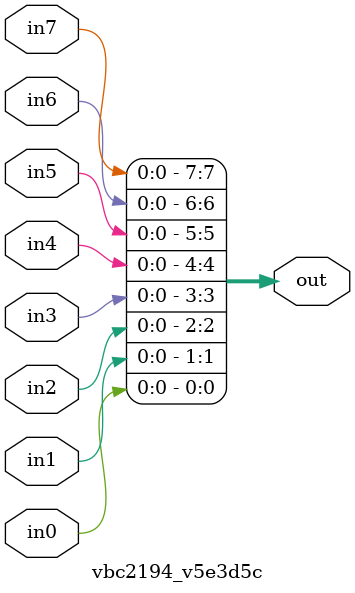
<source format=v>

`default_nettype none

module main #(
 parameter vaaa059 = 8'd126,
 parameter v18b105 = 8'b0001000
) (
 output [7:0] vba1ff6
);
 localparam p0 = v18b105;
 localparam p1 = vaaa059;
 wire [0:7] w2;
 wire [0:7] w3;
 wire [0:7] w4;
 assign vba1ff6 = w4;
 v36d45a #(
  .vc5c8ea(p0)
 ) vae27d1 (
  .v7d356d(w3)
 );
 v36d45a #(
  .vc5c8ea(p1)
 ) v18a321 (
  .v7d356d(w2)
 );
 v819788 v5304aa (
  .v159209(w2),
  .v6c4e35(w3),
  .v59912a(w4)
 );
endmodule

module v36d45a #(
 parameter vc5c8ea = 8'h00
) (
 output [7:0] v7d356d
);
 localparam p1 = vc5c8ea;
 wire [0:7] w0;
 assign v7d356d = w0;
 v36d45a_v465065 #(
  .V(p1)
 ) v465065 (
  .k(w0)
 );
endmodule

module v36d45a_v465065 #(
 parameter V = 0
) (
 output [7:0] k
);
 assign k = V;
endmodule

module v819788 (
 input [7:0] v6c4e35,
 input [7:0] v159209,
 output [7:0] v59912a
);
 wire [0:7] w0;
 wire [0:7] w1;
 wire w2;
 wire w3;
 wire w4;
 wire w5;
 wire w6;
 wire w7;
 wire w8;
 wire w9;
 wire [0:7] w10;
 wire [0:7] w11;
 wire w12;
 wire w13;
 wire w14;
 wire [0:7] w15;
 wire w16;
 wire w17;
 wire w18;
 wire w19;
 wire [0:7] w20;
 wire w21;
 wire w22;
 wire w23;
 wire w24;
 wire [0:7] w25;
 wire w26;
 wire [0:7] w27;
 wire [0:7] w28;
 wire [0:7] w29;
 wire w30;
 wire w31;
 wire w32;
 wire w33;
 wire w34;
 wire w35;
 wire w36;
 wire w37;
 wire w38;
 wire w39;
 wire w40;
 wire w41;
 assign w0 = v6c4e35;
 assign v59912a = w1;
 assign w10 = v159209;
 assign w11 = v159209;
 assign w15 = v159209;
 assign w20 = v159209;
 assign w25 = v159209;
 assign w27 = v159209;
 assign w28 = v159209;
 assign w29 = v159209;
 assign w7 = w5;
 assign w8 = w6;
 assign w11 = w10;
 assign w12 = w6;
 assign w12 = w8;
 assign w13 = w9;
 assign w15 = w10;
 assign w15 = w11;
 assign w17 = w9;
 assign w17 = w13;
 assign w18 = w14;
 assign w20 = w10;
 assign w20 = w11;
 assign w20 = w15;
 assign w22 = w14;
 assign w22 = w18;
 assign w23 = w19;
 assign w25 = w10;
 assign w25 = w11;
 assign w25 = w15;
 assign w25 = w20;
 assign w27 = w10;
 assign w27 = w11;
 assign w27 = w15;
 assign w27 = w20;
 assign w27 = w25;
 assign w28 = w10;
 assign w28 = w11;
 assign w28 = w15;
 assign w28 = w20;
 assign w28 = w25;
 assign w28 = w27;
 assign w29 = w10;
 assign w29 = w11;
 assign w29 = w15;
 assign w29 = w20;
 assign w29 = w25;
 assign w29 = w27;
 assign w29 = w28;
 assign w33 = w19;
 assign w33 = w23;
 assign w34 = w24;
 assign w36 = w24;
 assign w36 = w34;
 assign w37 = w35;
 assign w38 = w4;
 assign w39 = w35;
 assign w39 = w37;
 assign w40 = w4;
 assign w40 = w38;
 assign w41 = w5;
 assign w41 = w7;
 vc98179 vcf97ce (
  .v543360(w2),
  .v92fcd7(w4),
  .v8a69ea(w5),
  .vb0d020(w6),
  .v99a2e5(w10)
 );
 v93b074 vb982da (
  .v33b98d(w0),
  .v4d0c0b(w4),
  .v9bf50f(w5),
  .v30621f(w6),
  .vaad98c(w9),
  .v2fd945(w14),
  .vc1cbd5(w19),
  .v660924(w24),
  .v8c2a58(w35)
 );
 vbc2194 v9a59b8 (
  .vd2f4f6(w1),
  .v8fadf3(w2),
  .v431371(w3),
  .v8fe173(w16),
  .v954afa(w21),
  .v2f760e(w26),
  .vb8624e(w30),
  .v9bb63a(w31),
  .v21b35a(w32)
 );
 vc98179 vc1c0dc (
  .v543360(w3),
  .v92fcd7(w7),
  .v8a69ea(w8),
  .vb0d020(w9),
  .v99a2e5(w11)
 );
 vc98179 v5c8168 (
  .v92fcd7(w12),
  .v8a69ea(w13),
  .vb0d020(w14),
  .v99a2e5(w15),
  .v543360(w16)
 );
 vc98179 vbf1b4e (
  .v92fcd7(w17),
  .v8a69ea(w18),
  .vb0d020(w19),
  .v99a2e5(w20),
  .v543360(w21)
 );
 vc98179 v6ab3d7 (
  .v92fcd7(w22),
  .v8a69ea(w23),
  .vb0d020(w24),
  .v99a2e5(w25),
  .v543360(w26)
 );
 vc98179 v342102 (
  .v99a2e5(w27),
  .v543360(w32),
  .v92fcd7(w33),
  .v8a69ea(w34),
  .vb0d020(w35)
 );
 vc98179 v88fc22 (
  .v99a2e5(w28),
  .v543360(w31),
  .v92fcd7(w36),
  .v8a69ea(w37),
  .vb0d020(w38)
 );
 vc98179 v40e1a8 (
  .v99a2e5(w29),
  .v543360(w30),
  .v92fcd7(w39),
  .v8a69ea(w40),
  .vb0d020(w41)
 );
endmodule

module vc98179 (
 input v92fcd7,
 input v8a69ea,
 input vb0d020,
 input [7:0] v99a2e5,
 output v543360
);
 wire w0;
 wire w1;
 wire w2;
 wire [0:7] w3;
 wire w4;
 assign w0 = v92fcd7;
 assign w1 = v8a69ea;
 assign w2 = vb0d020;
 assign w3 = v99a2e5;
 assign v543360 = w4;
 vc98179_v38eb7f v38eb7f (
  .a(w0),
  .b(w1),
  .c(w2),
  .rule(w3),
  .out(w4)
 );
endmodule

module vc98179_v38eb7f (
 input a,
 input b,
 input c,
 input [7:0] rule,
 output out
);
 assign out = rule[{c, b, a}];
endmodule

module v93b074 (
 input [7:0] v33b98d,
 output v9bf50f,
 output vc1cbd5,
 output v660924,
 output v30621f,
 output vaad98c,
 output v8c2a58,
 output v2fd945,
 output v4d0c0b
);
 wire w0;
 wire w1;
 wire w2;
 wire w3;
 wire w4;
 wire w5;
 wire w6;
 wire w7;
 wire [0:7] w8;
 assign v9bf50f = w0;
 assign v4d0c0b = w1;
 assign v30621f = w2;
 assign vaad98c = w3;
 assign v2fd945 = w4;
 assign v8c2a58 = w5;
 assign v660924 = w6;
 assign vc1cbd5 = w7;
 assign w8 = v33b98d;
 v93b074_v9469a1 v9469a1 (
  .out0(w0),
  .out7(w1),
  .out1(w2),
  .out2(w3),
  .out3(w4),
  .out6(w5),
  .out5(w6),
  .out4(w7),
  .in(w8)
 );
endmodule

module v93b074_v9469a1 (
 input [7:0] in,
 output out0,
 output out1,
 output out2,
 output out3,
 output out4,
 output out5,
 output out6,
 output out7
);
 assign out0 = in[0];
 assign out1 = in[1];
 assign out2 = in[2];
 assign out3 = in[3];
 assign out4 = in[4];
 assign out5 = in[5];
 assign out6 = in[6];
 assign out7 = in[7];
 
endmodule

module vbc2194 (
 input v8fadf3,
 input v431371,
 input v8fe173,
 input v954afa,
 input v2f760e,
 input v21b35a,
 input v9bb63a,
 input vb8624e,
 output [7:0] vd2f4f6
);
 wire [0:7] w0;
 wire w1;
 wire w2;
 wire w3;
 wire w4;
 wire w5;
 wire w6;
 wire w7;
 wire w8;
 assign vd2f4f6 = w0;
 assign w1 = v8fadf3;
 assign w2 = v431371;
 assign w3 = v8fe173;
 assign w4 = v954afa;
 assign w5 = v2f760e;
 assign w6 = v21b35a;
 assign w7 = v9bb63a;
 assign w8 = vb8624e;
 vbc2194_v5e3d5c v5e3d5c (
  .out(w0),
  .in0(w1),
  .in1(w2),
  .in2(w3),
  .in3(w4),
  .in4(w5),
  .in5(w6),
  .in6(w7),
  .in7(w8)
 );
endmodule

module vbc2194_v5e3d5c (
 input in0,
 input in1,
 input in2,
 input in3,
 input in4,
 input in5,
 input in6,
 input in7,
 output [7:0] out
);
 assign out={
     in7,
     in6,
     in5,
     in4,
     in3,
     in2,
     in1,
     in0
 };
endmodule

</source>
